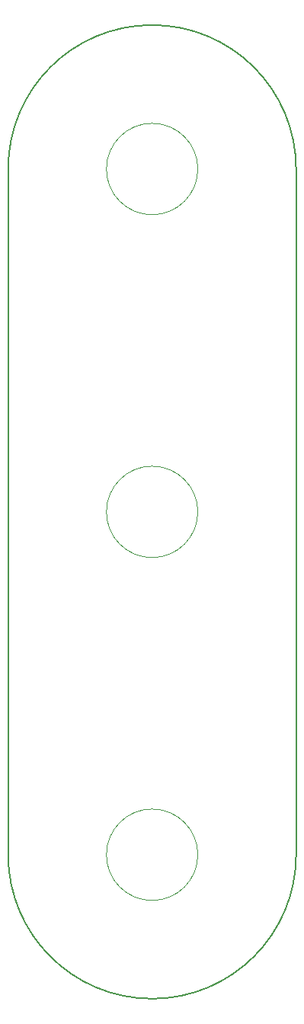
<source format=gbr>
%TF.GenerationSoftware,KiCad,Pcbnew,9.0.0*%
%TF.CreationDate,2025-03-15T09:27:42-04:00*%
%TF.ProjectId,cnc-hmi-encleds,636e632d-686d-4692-9d65-6e636c656473,rev?*%
%TF.SameCoordinates,Original*%
%TF.FileFunction,Profile,NP*%
%FSLAX46Y46*%
G04 Gerber Fmt 4.6, Leading zero omitted, Abs format (unit mm)*
G04 Created by KiCad (PCBNEW 9.0.0) date 2025-03-15 09:27:42*
%MOMM*%
%LPD*%
G01*
G04 APERTURE LIST*
%TA.AperFunction,Profile*%
%ADD10C,0.200000*%
%TD*%
%TA.AperFunction,Profile*%
%ADD11C,0.100000*%
%TD*%
%TA.AperFunction,Profile*%
%ADD12C,0.050000*%
%TD*%
G04 APERTURE END LIST*
D10*
X140009800Y-57020800D02*
G75*
G02*
X172009800Y-57020800I16000000J0D01*
G01*
X140009800Y-133220800D02*
X140009800Y-57020800D01*
X172009800Y-133220800D02*
G75*
G02*
X140009800Y-133220800I-16000000J0D01*
G01*
D11*
X161089799Y-133220802D02*
G75*
G02*
X150929799Y-133220802I-5080000J0D01*
G01*
X150929799Y-133220802D02*
G75*
G02*
X161089799Y-133220802I5080000J0D01*
G01*
D12*
X161089800Y-57020800D02*
G75*
G02*
X150929800Y-57020800I-5080000J0D01*
G01*
X150929800Y-57020800D02*
G75*
G02*
X161089800Y-57020800I5080000J0D01*
G01*
D11*
X161089800Y-95120800D02*
G75*
G02*
X150929800Y-95120800I-5080000J0D01*
G01*
X150929800Y-95120800D02*
G75*
G02*
X161089800Y-95120800I5080000J0D01*
G01*
D10*
X172009800Y-57020800D02*
X172009800Y-133220800D01*
M02*

</source>
